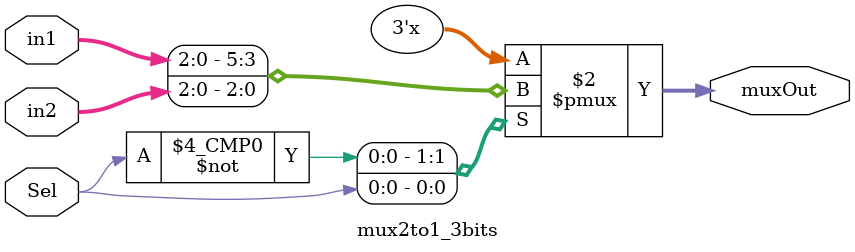
<source format=v>
`timescale 1ns / 1ps
module mux2to1_3bits(input [2:0] in1,input [2:0] in2,input Sel,output reg [2:0] muxOut);

always@(in1,in2,Sel)
case(Sel)
1'b0: muxOut=in1;
1'b1: muxOut=in2;
endcase
endmodule

</source>
